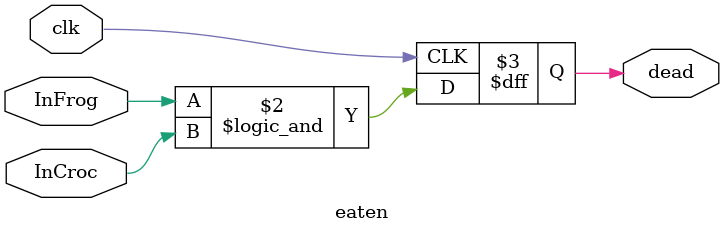
<source format=v>
`timescale 1ns / 1ps
module eaten( clk, InFrog, InCroc, dead
    );
	input clk, InFrog, InCroc;
	output reg dead;

	reg [3:0] Collision;

	always @(posedge clk)
		dead <= (InFrog&&InCroc);

endmodule

</source>
